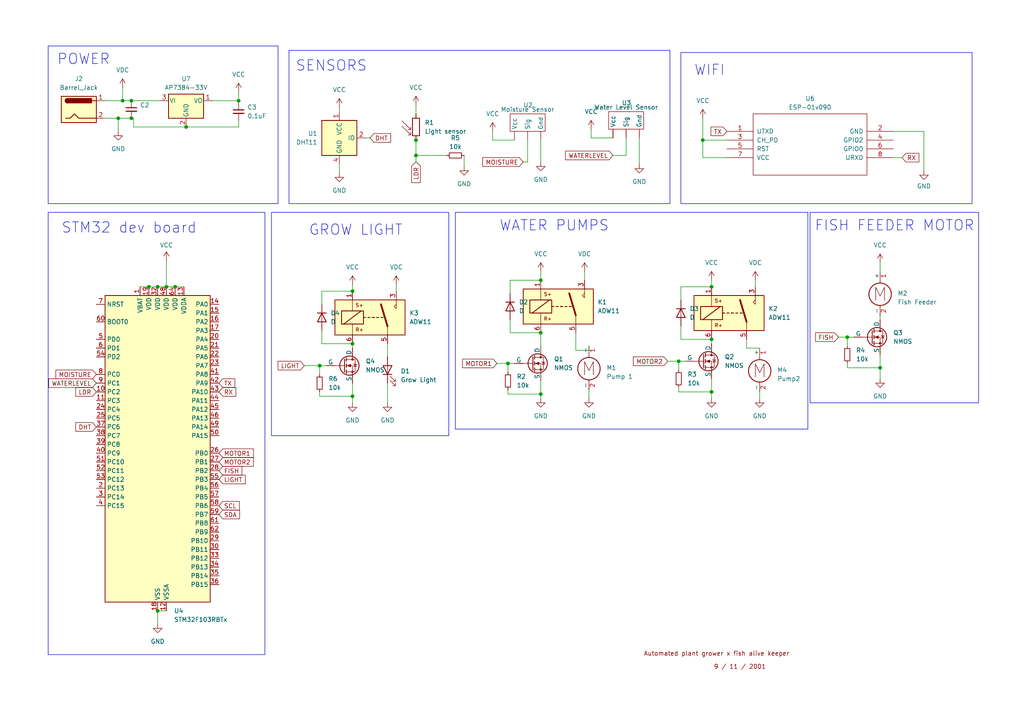
<source format=kicad_sch>
(kicad_sch (version 20230121) (generator eeschema)
  (paper "A4")
  (lib_symbols
    (symbol "Connector:Barrel_Jack" (pin_names (offset 1.016))
      (property "Reference" "J" (at 0 5.334 0))
      (property "Value" "Barrel_Jack" (at 0 -5.08 0))
      (symbol "Barrel_Jack_0_1"
        (rectangle (start -5.08 3.81) (end 5.08 -3.81) (stroke (width 0.254)) (fill (type background)))
        (arc (start -3.302 3.175) (mid -3.9343 2.54) (end -3.302 1.905) (stroke (width 0.254)))
        (arc (start -3.302 3.175) (mid -3.9343 2.54) (end -3.302 1.905) (stroke (width 0.254)) (fill (type outline)))
        (polyline (pts (xy 5.08 2.54) (xy 3.81 2.54)) (stroke (width 0.254)))
        (polyline (pts (xy -3.81 -2.54) (xy -2.54 -2.54) (xy -1.27 -1.27) (xy 0 -2.54) (xy 2.54 -2.54) (xy 5.08 -2.54)) (stroke (width 0.254)))
        (rectangle (start 3.683 3.175) (end -3.302 1.905) (stroke (width 0.254)) (fill (type outline)))
      )
      (symbol "Barrel_Jack_1_1"
        (pin passive line (at 7.62 2.54 180) (length 2.54) (name "~") (number "1"))
        (pin passive line (at 7.62 -2.54 180) (length 2.54) (name "~") (number "2"))
      )
    )
    (symbol "Device:C_Small" (pin_numbers hide) (pin_names (offset 0.254) hide)
      (property "Reference" "C" (at 0.254 1.778 0))
      (property "Value" "C_Small" (at 0.254 -2.032 0))
      (symbol "C_Small_0_1"
        (polyline (pts (xy -1.524 -0.508) (xy 1.524 -0.508)) (stroke (width 0.3302)))
        (polyline (pts (xy -1.524 0.508) (xy 1.524 0.508)) (stroke (width 0.3048)))
      )
      (symbol "C_Small_1_1"
        (pin passive line (at 0 2.54 270) (length 2.032) (name "~") (number "1"))
        (pin passive line (at 0 -2.54 90) (length 2.032) (name "~") (number "2"))
      )
    )
    (symbol "Device:D" (pin_numbers hide) (pin_names (offset 1.016) hide)
      (property "Reference" "D" (at 0 2.54 0))
      (property "Value" "D" (at 0 -2.54 0))
      (symbol "D_0_1"
        (polyline (pts (xy -1.27 1.27) (xy -1.27 -1.27)) (stroke (width 0.254)))
        (polyline (pts (xy 1.27 0) (xy -1.27 0)))
        (polyline (pts (xy 1.27 1.27) (xy 1.27 -1.27) (xy -1.27 0) (xy 1.27 1.27)) (stroke (width 0.254)))
      )
      (symbol "D_1_1"
        (pin passive line (at -3.81 0 0) (length 2.54) (name "K") (number "1"))
        (pin passive line (at 3.81 0 180) (length 2.54) (name "A") (number "2"))
      )
    )
    (symbol "Device:LED" (pin_numbers hide) (pin_names (offset 1.016) hide)
      (property "Reference" "D" (at 0 2.54 0))
      (property "Value" "LED" (at 0 -2.54 0))
      (symbol "LED_0_1"
        (polyline (pts (xy -1.27 -1.27) (xy -1.27 1.27)) (stroke (width 0.254)))
        (polyline (pts (xy -1.27 0) (xy 1.27 0)))
        (polyline (pts (xy 1.27 -1.27) (xy 1.27 1.27) (xy -1.27 0) (xy 1.27 -1.27)) (stroke (width 0.254)))
        (polyline (pts (xy -3.048 -0.762) (xy -4.572 -2.286) (xy -3.81 -2.286) (xy -4.572 -2.286) (xy -4.572 -1.524)))
        (polyline (pts (xy -1.778 -0.762) (xy -3.302 -2.286) (xy -2.54 -2.286) (xy -3.302 -2.286) (xy -3.302 -1.524)))
      )
      (symbol "LED_1_1"
        (pin passive line (at -3.81 0 0) (length 2.54) (name "K") (number "1"))
        (pin passive line (at 3.81 0 180) (length 2.54) (name "A") (number "2"))
      )
    )
    (symbol "Device:R_Photo" (pin_numbers hide) (pin_names (offset 0))
      (property "Reference" "R" (at 1.27 1.27 0))
      (property "Value" "R_Photo" (at 1.27 0 0))
      (symbol "R_Photo_0_1"
        (rectangle (start -1.016 2.54) (end 1.016 -2.54) (stroke (width 0.254)))
        (polyline (pts (xy -1.524 -2.286) (xy -4.064 0.254)))
        (polyline (pts (xy -1.524 -2.286) (xy -2.286 -2.286)))
        (polyline (pts (xy -1.524 -2.286) (xy -1.524 -1.524)))
        (polyline (pts (xy -1.524 -0.762) (xy -4.064 1.778)))
        (polyline (pts (xy -1.524 -0.762) (xy -2.286 -0.762)))
        (polyline (pts (xy -1.524 -0.762) (xy -1.524 0)))
      )
      (symbol "R_Photo_1_1"
        (pin passive line (at 0 3.81 270) (length 1.27) (name "~") (number "1"))
        (pin passive line (at 0 -3.81 90) (length 1.27) (name "~") (number "2"))
      )
    )
    (symbol "Device:R_Small" (pin_numbers hide) (pin_names (offset 0.254) hide)
      (property "Reference" "R" (at 0.762 0.508 0))
      (property "Value" "R_Small" (at 0.762 -1.016 0))
      (symbol "R_Small_0_1"
        (rectangle (start -0.762 1.778) (end 0.762 -1.778) (stroke (width 0.2032)))
      )
      (symbol "R_Small_1_1"
        (pin passive line (at 0 2.54 270) (length 0.762) (name "~") (number "1"))
        (pin passive line (at 0 -2.54 90) (length 0.762) (name "~") (number "2"))
      )
    )
    (symbol "ESP8266:ESP-01v090" (pin_names (offset 1.016))
      (property "Reference" "U" (at 0 -2.54 0))
      (property "Value" "ESP-01v090" (at 0 2.54 0))
      (symbol "ESP-01v090_1_0"
        (rectangle (start -16.51 -8.89) (end 16.51 8.89))
      )
      (symbol "ESP-01v090_1_1"
        (pin output line (at -24.13 3.81 0) (length 7.62) (name "UTXD") (number "1"))
        (pin power_in line (at 24.13 3.81 180) (length 7.62) (name "GND") (number "2"))
        (pin input line (at -24.13 1.27 0) (length 7.62) (name "CH_PD") (number "3"))
        (pin tri_state line (at 24.13 1.27 180) (length 7.62) (name "GPIO2") (number "4"))
        (pin input line (at -24.13 -1.27 0) (length 7.62) (name "RST") (number "5"))
        (pin tri_state line (at 24.13 -1.27 180) (length 7.62) (name "GPIO0") (number "6"))
        (pin power_in line (at -24.13 -3.81 0) (length 7.62) (name "VCC") (number "7"))
        (pin input line (at 24.13 -3.81 180) (length 7.62) (name "URXD") (number "8"))
      )
    )
    (symbol "MCU_ST_STM32F1:STM32F103RBTx"
      (property "Reference" "U" (at -15.24 46.99 0))
      (property "Value" "STM32F103RBTx" (at 10.16 46.99 0))
      (symbol "STM32F103RBTx_0_1"
        (rectangle (start -15.24 -43.18) (end 15.24 45.72) (stroke (width 0.254)) (fill (type background)))
      )
      (symbol "STM32F103RBTx_1_1"
        (pin power_in line (at -5.08 48.26 270) (length 2.54) (name "VBAT") (number "1"))
        (pin bidirectional line (at -17.78 17.78 0) (length 2.54) (name "PC2") (number "10"))
        (pin bidirectional line (at -17.78 15.24 0) (length 2.54) (name "PC3") (number "11"))
        (pin power_in line (at 2.54 -45.72 90) (length 2.54) (name "VSSA") (number "12"))
        (pin power_in line (at 7.62 48.26 270) (length 2.54) (name "VDDA") (number "13"))
        (pin bidirectional line (at 17.78 43.18 180) (length 2.54) (name "PA0") (number "14"))
        (pin bidirectional line (at 17.78 40.64 180) (length 2.54) (name "PA1") (number "15"))
        (pin bidirectional line (at 17.78 38.1 180) (length 2.54) (name "PA2") (number "16"))
        (pin bidirectional line (at 17.78 35.56 180) (length 2.54) (name "PA3") (number "17"))
        (pin power_in line (at 0 -45.72 90) (length 2.54) (name "VSS") (number "18"))
        (pin power_in line (at -2.54 48.26 270) (length 2.54) (name "VDD") (number "19"))
        (pin bidirectional line (at -17.78 -10.16 0) (length 2.54) (name "PC13") (number "2"))
        (pin bidirectional line (at 17.78 33.02 180) (length 2.54) (name "PA4") (number "20"))
        (pin bidirectional line (at 17.78 30.48 180) (length 2.54) (name "PA5") (number "21"))
        (pin bidirectional line (at 17.78 27.94 180) (length 2.54) (name "PA6") (number "22"))
        (pin bidirectional line (at 17.78 25.4 180) (length 2.54) (name "PA7") (number "23"))
        (pin bidirectional line (at -17.78 12.7 0) (length 2.54) (name "PC4") (number "24"))
        (pin bidirectional line (at -17.78 10.16 0) (length 2.54) (name "PC5") (number "25"))
        (pin bidirectional line (at 17.78 0 180) (length 2.54) (name "PB0") (number "26"))
        (pin bidirectional line (at 17.78 -2.54 180) (length 2.54) (name "PB1") (number "27"))
        (pin bidirectional line (at 17.78 -5.08 180) (length 2.54) (name "PB2") (number "28"))
        (pin bidirectional line (at 17.78 -25.4 180) (length 2.54) (name "PB10") (number "29"))
        (pin bidirectional line (at -17.78 -12.7 0) (length 2.54) (name "PC14") (number "3"))
        (pin bidirectional line (at 17.78 -27.94 180) (length 2.54) (name "PB11") (number "30"))
        (pin passive line (at 0 -45.72 90) (length 2.54) hide (name "VSS") (number "31"))
        (pin power_in line (at 0 48.26 270) (length 2.54) (name "VDD") (number "32"))
        (pin bidirectional line (at 17.78 -30.48 180) (length 2.54) (name "PB12") (number "33"))
        (pin bidirectional line (at 17.78 -33.02 180) (length 2.54) (name "PB13") (number "34"))
        (pin bidirectional line (at 17.78 -35.56 180) (length 2.54) (name "PB14") (number "35"))
        (pin bidirectional line (at 17.78 -38.1 180) (length 2.54) (name "PB15") (number "36"))
        (pin bidirectional line (at -17.78 7.62 0) (length 2.54) (name "PC6") (number "37"))
        (pin bidirectional line (at -17.78 5.08 0) (length 2.54) (name "PC7") (number "38"))
        (pin bidirectional line (at -17.78 2.54 0) (length 2.54) (name "PC8") (number "39"))
        (pin bidirectional line (at -17.78 -15.24 0) (length 2.54) (name "PC15") (number "4"))
        (pin bidirectional line (at -17.78 0 0) (length 2.54) (name "PC9") (number "40"))
        (pin bidirectional line (at 17.78 22.86 180) (length 2.54) (name "PA8") (number "41"))
        (pin bidirectional line (at 17.78 20.32 180) (length 2.54) (name "PA9") (number "42"))
        (pin bidirectional line (at 17.78 17.78 180) (length 2.54) (name "PA10") (number "43"))
        (pin bidirectional line (at 17.78 15.24 180) (length 2.54) (name "PA11") (number "44"))
        (pin bidirectional line (at 17.78 12.7 180) (length 2.54) (name "PA12") (number "45"))
        (pin bidirectional line (at 17.78 10.16 180) (length 2.54) (name "PA13") (number "46"))
        (pin passive line (at 0 -45.72 90) (length 2.54) hide (name "VSS") (number "47"))
        (pin power_in line (at 2.54 48.26 270) (length 2.54) (name "VDD") (number "48"))
        (pin bidirectional line (at 17.78 7.62 180) (length 2.54) (name "PA14") (number "49"))
        (pin bidirectional line (at -17.78 33.02 0) (length 2.54) (name "PD0") (number "5"))
        (pin bidirectional line (at 17.78 5.08 180) (length 2.54) (name "PA15") (number "50"))
        (pin bidirectional line (at -17.78 -2.54 0) (length 2.54) (name "PC10") (number "51"))
        (pin bidirectional line (at -17.78 -5.08 0) (length 2.54) (name "PC11") (number "52"))
        (pin bidirectional line (at -17.78 -7.62 0) (length 2.54) (name "PC12") (number "53"))
        (pin bidirectional line (at -17.78 27.94 0) (length 2.54) (name "PD2") (number "54"))
        (pin bidirectional line (at 17.78 -7.62 180) (length 2.54) (name "PB3") (number "55"))
        (pin bidirectional line (at 17.78 -10.16 180) (length 2.54) (name "PB4") (number "56"))
        (pin bidirectional line (at 17.78 -12.7 180) (length 2.54) (name "PB5") (number "57"))
        (pin bidirectional line (at 17.78 -15.24 180) (length 2.54) (name "PB6") (number "58"))
        (pin bidirectional line (at 17.78 -17.78 180) (length 2.54) (name "PB7") (number "59"))
        (pin bidirectional line (at -17.78 30.48 0) (length 2.54) (name "PD1") (number "6"))
        (pin input line (at -17.78 38.1 0) (length 2.54) (name "BOOT0") (number "60"))
        (pin bidirectional line (at 17.78 -20.32 180) (length 2.54) (name "PB8") (number "61"))
        (pin bidirectional line (at 17.78 -22.86 180) (length 2.54) (name "PB9") (number "62"))
        (pin passive line (at 0 -45.72 90) (length 2.54) hide (name "VSS") (number "63"))
        (pin power_in line (at 5.08 48.26 270) (length 2.54) (name "VDD") (number "64"))
        (pin input line (at -17.78 43.18 0) (length 2.54) (name "NRST") (number "7"))
        (pin bidirectional line (at -17.78 22.86 0) (length 2.54) (name "PC0") (number "8"))
        (pin bidirectional line (at -17.78 20.32 0) (length 2.54) (name "PC1") (number "9"))
      )
    )
    (symbol "Motor:Motor_DC" (pin_names (offset 0))
      (property "Reference" "M" (at 2.54 2.54 0))
      (property "Value" "Motor_DC" (at 2.54 -5.08 0))
      (symbol "Motor_DC_0_0"
        (polyline (pts (xy -1.27 -3.302) (xy -1.27 0.508) (xy 0 -2.032) (xy 1.27 0.508) (xy 1.27 -3.302)))
      )
      (symbol "Motor_DC_0_1"
        (circle (center 0 -1.524) (radius 3.2512) (stroke (width 0.254)))
        (polyline (pts (xy 0 -7.62) (xy 0 -7.112)))
        (polyline (pts (xy 0 -4.7752) (xy 0 -5.1816)))
        (polyline (pts (xy 0 1.7272) (xy 0 2.0828)))
        (polyline (pts (xy 0 2.032) (xy 0 2.54)))
      )
      (symbol "Motor_DC_1_1"
        (pin passive line (at 0 5.08 270) (length 2.54) (name "+") (number "1"))
        (pin passive line (at 0 -7.62 90) (length 2.54) (name "-") (number "2"))
      )
    )
    (symbol "My Lib:Moisture_Sensor"
      (property "Reference" "U" (at 0 3.81 0))
      (symbol "Moisture_Sensor_0_1"
        (rectangle (start -5.08 2.54) (end 5.08 -2.54))
      )
      (symbol "Moisture_Sensor_1_1"
        (pin input line (at 3.81 -5.08 90) (length 2.54) (name "Gnd") (number ""))
        (pin input line (at 0 -5.08 90) (length 2.54) (name "Sig") (number ""))
        (pin input line (at -3.81 -5.08 90) (length 2.54) (name "Vcc") (number ""))
      )
    )
    (symbol "Regulator_Linear:AP7384-33V" (pin_names (offset 0.254))
      (property "Reference" "U" (at -3.81 3.175 0))
      (property "Value" "AP7384-33V" (at 0 3.175 0))
      (symbol "AP7384-33V_0_1"
        (rectangle (start -5.08 1.905) (end 5.08 -5.08) (stroke (width 0.254)) (fill (type background)))
      )
      (symbol "AP7384-33V_1_1"
        (pin power_out line (at 7.62 0 180) (length 2.54) (name "VO") (number "1"))
        (pin power_in line (at 0 -7.62 90) (length 2.54) (name "GND") (number "2"))
        (pin power_in line (at -7.62 0 0) (length 2.54) (name "VI") (number "3"))
      )
    )
    (symbol "Relay:ADW11"
      (property "Reference" "K" (at 11.43 3.81 0))
      (property "Value" "ADW11" (at 13.97 1.27 0))
      (symbol "ADW11_1_1"
        (rectangle (start -10.16 5.08) (end 10.16 -5.08) (stroke (width 0.254)) (fill (type background)))
        (rectangle (start -8.255 1.905) (end -1.905 -1.905) (stroke (width 0.254)))
        (polyline (pts (xy -7.62 -1.905) (xy -2.54 1.905)) (stroke (width 0.254)))
        (polyline (pts (xy -5.08 -5.08) (xy -5.08 -1.905)))
        (polyline (pts (xy -5.08 5.08) (xy -5.08 1.905)))
        (polyline (pts (xy -1.905 0) (xy -1.27 0)) (stroke (width 0.254)))
        (polyline (pts (xy -0.635 0) (xy 0 0)) (stroke (width 0.254)))
        (polyline (pts (xy 0.635 0) (xy 1.27 0)) (stroke (width 0.254)))
        (polyline (pts (xy 0.635 0) (xy 1.27 0)) (stroke (width 0.254)))
        (polyline (pts (xy 1.905 0) (xy 2.54 0)) (stroke (width 0.254)))
        (polyline (pts (xy 3.175 0) (xy 3.81 0)) (stroke (width 0.254)))
        (polyline (pts (xy 5.08 -2.54) (xy 3.175 3.81)) (stroke (width 0.508)))
        (polyline (pts (xy 5.08 -2.54) (xy 5.08 -5.08)))
        (polyline (pts (xy 7.62 3.81) (xy 7.62 5.08)))
        (polyline (pts (xy 7.62 3.81) (xy 7.62 2.54) (xy 6.985 3.175) (xy 7.62 3.81)))
        (text "R+" (at -3.048 -3.556 0) (effects (font (size 1.016 1.016))))
        (text "S+" (at -3.048 3.556 0) (effects (font (size 1.016 1.016))))
        (pin passive line (at -5.08 7.62 270) (length 2.54) (name "~") (number "1"))
        (pin passive line (at 7.62 7.62 270) (length 2.54) (name "~") (number "3"))
        (pin passive line (at 5.08 -7.62 90) (length 2.54) (name "~") (number "5"))
        (pin passive line (at -5.08 -7.62 90) (length 2.54) (name "~") (number "6"))
      )
    )
    (symbol "Sensor:DHT11"
      (property "Reference" "U" (at -3.81 6.35 0))
      (property "Value" "DHT11" (at 3.81 6.35 0))
      (symbol "DHT11_0_1"
        (rectangle (start -5.08 5.08) (end 5.08 -5.08) (stroke (width 0.254)) (fill (type background)))
      )
      (symbol "DHT11_1_1"
        (pin power_in line (at 0 7.62 270) (length 2.54) (name "VCC") (number "1"))
        (pin bidirectional line (at 7.62 0 180) (length 2.54) (name "IO") (number "2"))
        (pin no_connect line (at -5.08 0 0) (length 2.54) hide (name "NC") (number "3"))
        (pin power_in line (at 0 -7.62 90) (length 2.54) (name "GND") (number "4"))
      )
    )
    (symbol "Simulation_SPICE:NMOS" (pin_numbers hide) (pin_names (offset 0))
      (property "Reference" "Q" (at 5.08 1.27 0))
      (property "Value" "NMOS" (at 5.08 -1.27 0))
      (symbol "NMOS_0_1"
        (polyline (pts (xy 0.254 0) (xy -2.54 0)))
        (polyline (pts (xy 0.254 1.905) (xy 0.254 -1.905)) (stroke (width 0.254)))
        (polyline (pts (xy 0.762 -1.27) (xy 0.762 -2.286)) (stroke (width 0.254)))
        (polyline (pts (xy 0.762 0.508) (xy 0.762 -0.508)) (stroke (width 0.254)))
        (polyline (pts (xy 0.762 2.286) (xy 0.762 1.27)) (stroke (width 0.254)))
        (polyline (pts (xy 2.54 2.54) (xy 2.54 1.778)))
        (polyline (pts (xy 2.54 -2.54) (xy 2.54 0) (xy 0.762 0)))
        (polyline (pts (xy 0.762 -1.778) (xy 3.302 -1.778) (xy 3.302 1.778) (xy 0.762 1.778)))
        (polyline (pts (xy 1.016 0) (xy 2.032 0.381) (xy 2.032 -0.381) (xy 1.016 0)) (fill (type outline)))
        (polyline (pts (xy 2.794 0.508) (xy 2.921 0.381) (xy 3.683 0.381) (xy 3.81 0.254)))
        (polyline (pts (xy 3.302 0.381) (xy 2.921 -0.254) (xy 3.683 -0.254) (xy 3.302 0.381)))
        (circle (center 1.651 0) (radius 2.794) (stroke (width 0.254)))
        (circle (center 2.54 -1.778) (radius 0.254) (fill (type outline)))
        (circle (center 2.54 1.778) (radius 0.254) (fill (type outline)))
      )
      (symbol "NMOS_1_1"
        (pin passive line (at 2.54 5.08 270) (length 2.54) (name "D") (number "1"))
        (pin input line (at -5.08 0 0) (length 2.54) (name "G") (number "2"))
        (pin passive line (at 2.54 -5.08 90) (length 2.54) (name "S") (number "3"))
      )
    )
    (symbol "power:GND" (power) (pin_names (offset 0))
      (property "Value" "GND" (at 0 -3.81 0))
      (symbol "GND_0_1"
        (polyline (pts (xy 0 0) (xy 0 -1.27) (xy 1.27 -1.27) (xy 0 -2.54) (xy -1.27 -1.27) (xy 0 -1.27)))
      )
      (symbol "GND_1_1"
        (pin power_in line (at 0 0 270) (length 0) hide (name "GND") (number "1"))
      )
    )
    (symbol "power:VCC" (power) (pin_names (offset 0))
      (property "Value" "VCC" (at 0 3.81 0))
      (symbol "VCC_0_1"
        (polyline (pts (xy -0.762 1.27) (xy 0 2.54)))
        (polyline (pts (xy 0 0) (xy 0 2.54)))
        (polyline (pts (xy 0 2.54) (xy 0.762 1.27)))
      )
      (symbol "VCC_1_1"
        (pin power_in line (at 0 0 90) (length 0) hide (name "VCC") (number "1"))
      )
    )
    (symbol "power:VDC" (power) (pin_names (offset 0))
      (property "Value" "VDC" (at 0 6.35 0))
      (symbol "VDC_0_1"
        (polyline (pts (xy -0.762 1.27) (xy 0 2.54)))
        (polyline (pts (xy 0 0) (xy 0 2.54)))
        (polyline (pts (xy 0 2.54) (xy 0.762 1.27)))
      )
      (symbol "VDC_1_1"
        (pin power_in line (at 0 0 90) (length 0) hide (name "VDC") (number "1"))
      )
    )
  )
  (junction (at 69.215 29.21))
  (junction (at 92.71 106.045))
  (junction (at 196.85 104.775))
  (junction (at 35.56 29.21))
  (junction (at 255.27 106.68))
  (junction (at 34.29 34.29))
  (junction (at 53.975 36.83))
  (junction (at 156.845 96.52))
  (junction (at 206.375 113.665))
  (junction (at 38.1 29.21))
  (junction (at 147.32 105.41))
  (junction (at 38.1 34.29))
  (junction (at 120.65 45.085))
  (junction (at 102.235 84.455))
  (junction (at 45.72 83.185))
  (junction (at 50.8 83.185))
  (junction (at 102.235 114.935))
  (junction (at 156.845 114.3))
  (junction (at 156.845 81.28))
  (junction (at 48.26 83.185))
  (junction (at 245.745 97.79))
  (junction (at 203.835 40.64))
  (junction (at 43.18 83.185))
  (junction (at 45.72 177.165))
  (junction (at 206.375 98.425))
  (junction (at 120.65 40.64))
  (junction (at 206.375 83.185))
  (junction (at 102.235 99.695))
  (wire (pts (xy 216.535 100.965) (xy 216.535 98.425)))
  (wire (pts (xy 112.395 99.695) (xy 112.395 103.505)))
  (wire (pts (xy 142.875 40.64) (xy 149.225 40.64)))
  (wire (pts (xy 69.215 26.67) (xy 69.215 29.21)))
  (wire (pts (xy 114.935 82.55) (xy 114.935 84.455)))
  (wire (pts (xy 151.765 46.99) (xy 153.035 46.99)))
  (wire (pts (xy 147.955 92.71) (xy 147.955 96.52)))
  (wire (pts (xy 92.71 106.045) (xy 94.615 106.045)))
  (wire (pts (xy 38.1 29.21) (xy 46.355 29.21)))
  (wire (pts (xy 206.375 109.855) (xy 206.375 113.665)))
  (wire (pts (xy 102.235 82.55) (xy 102.235 84.455)))
  (wire (pts (xy 35.56 29.21) (xy 38.1 29.21)))
  (wire (pts (xy 219.075 81.28) (xy 219.075 83.185)))
  (wire (pts (xy 206.375 98.425) (xy 206.375 99.695)))
  (wire (pts (xy 147.955 85.09) (xy 147.955 81.28)))
  (wire (pts (xy 153.035 46.99) (xy 153.035 40.64)))
  (wire (pts (xy 206.375 113.665) (xy 206.375 115.57)))
  (wire (pts (xy 255.27 106.68) (xy 255.27 109.855)))
  (wire (pts (xy 171.45 40.005) (xy 177.8 40.005)))
  (wire (pts (xy 255.27 102.87) (xy 255.27 106.68)))
  (wire (pts (xy 170.815 101.6) (xy 170.815 100.33)))
  (wire (pts (xy 147.32 105.41) (xy 149.225 105.41)))
  (wire (pts (xy 112.395 111.125) (xy 112.395 116.84)))
  (wire (pts (xy 196.85 113.665) (xy 206.375 113.665)))
  (wire (pts (xy 220.345 113.665) (xy 220.345 115.57)))
  (wire (pts (xy 38.1 34.29) (xy 38.735 34.29)))
  (wire (pts (xy 38.735 34.29) (xy 38.735 36.83)))
  (wire (pts (xy 88.265 106.045) (xy 92.71 106.045)))
  (wire (pts (xy 45.72 177.165) (xy 48.26 177.165)))
  (wire (pts (xy 203.835 45.72) (xy 210.82 45.72)))
  (wire (pts (xy 50.8 83.185) (xy 53.34 83.185)))
  (wire (pts (xy 53.975 36.83) (xy 69.215 36.83)))
  (wire (pts (xy 120.65 40.64) (xy 120.65 45.085)))
  (wire (pts (xy 203.835 40.64) (xy 203.835 45.72)))
  (wire (pts (xy 45.72 177.165) (xy 45.72 180.975)))
  (wire (pts (xy 156.845 114.3) (xy 156.845 115.57)))
  (wire (pts (xy 147.32 107.95) (xy 147.32 105.41)))
  (wire (pts (xy 93.345 99.695) (xy 102.235 99.695)))
  (wire (pts (xy 102.235 114.935) (xy 102.235 116.84)))
  (wire (pts (xy 30.48 29.21) (xy 35.56 29.21)))
  (wire (pts (xy 197.485 98.425) (xy 206.375 98.425)))
  (wire (pts (xy 267.97 38.1) (xy 267.97 49.53)))
  (wire (pts (xy 170.815 113.03) (xy 170.815 115.57)))
  (wire (pts (xy 245.745 100.33) (xy 245.745 97.79)))
  (wire (pts (xy 196.85 113.665) (xy 196.85 112.395)))
  (wire (pts (xy 35.56 29.21) (xy 35.56 25.4)))
  (wire (pts (xy 196.85 104.775) (xy 198.755 104.775)))
  (wire (pts (xy 120.65 30.48) (xy 120.65 33.02)))
  (wire (pts (xy 93.345 84.455) (xy 102.235 84.455)))
  (wire (pts (xy 69.215 29.21) (xy 69.215 29.845)))
  (wire (pts (xy 255.27 91.44) (xy 255.27 92.71)))
  (wire (pts (xy 147.32 114.3) (xy 147.32 113.03)))
  (wire (pts (xy 245.745 106.68) (xy 255.27 106.68)))
  (wire (pts (xy 102.235 99.695) (xy 102.235 100.965)))
  (wire (pts (xy 98.425 47.625) (xy 98.425 50.165)))
  (wire (pts (xy 177.8 45.085) (xy 181.61 45.085)))
  (wire (pts (xy 40.64 83.185) (xy 43.18 83.185)))
  (wire (pts (xy 203.835 40.64) (xy 210.82 40.64)))
  (wire (pts (xy 120.65 45.085) (xy 120.65 46.99)))
  (wire (pts (xy 93.345 88.265) (xy 93.345 84.455)))
  (wire (pts (xy 106.045 40.005) (xy 107.315 40.005)))
  (wire (pts (xy 147.955 81.28) (xy 156.845 81.28)))
  (wire (pts (xy 181.61 45.085) (xy 181.61 40.005)))
  (wire (pts (xy 197.485 83.185) (xy 206.375 83.185)))
  (wire (pts (xy 92.71 114.935) (xy 92.71 113.665)))
  (wire (pts (xy 220.345 100.965) (xy 216.535 100.965)))
  (wire (pts (xy 120.65 45.085) (xy 129.54 45.085)))
  (wire (pts (xy 156.845 110.49) (xy 156.845 114.3)))
  (wire (pts (xy 167.005 101.6) (xy 167.005 96.52)))
  (wire (pts (xy 197.485 86.995) (xy 197.485 83.185)))
  (wire (pts (xy 196.85 107.315) (xy 196.85 104.775)))
  (wire (pts (xy 245.745 106.68) (xy 245.745 105.41)))
  (wire (pts (xy 243.205 97.79) (xy 245.745 97.79)))
  (wire (pts (xy 34.29 34.29) (xy 34.29 38.1)))
  (wire (pts (xy 206.375 81.28) (xy 206.375 83.185)))
  (wire (pts (xy 170.815 101.6) (xy 167.005 101.6)))
  (wire (pts (xy 185.42 40.005) (xy 185.42 47.625)))
  (wire (pts (xy 169.545 78.74) (xy 169.545 81.28)))
  (wire (pts (xy 92.71 114.935) (xy 102.235 114.935)))
  (wire (pts (xy 61.595 29.21) (xy 69.215 29.21)))
  (wire (pts (xy 30.48 34.29) (xy 34.29 34.29)))
  (wire (pts (xy 156.845 78.74) (xy 156.845 81.28)))
  (wire (pts (xy 197.485 94.615) (xy 197.485 98.425)))
  (wire (pts (xy 245.745 97.79) (xy 247.65 97.79)))
  (wire (pts (xy 102.235 111.125) (xy 102.235 114.935)))
  (wire (pts (xy 147.955 96.52) (xy 156.845 96.52)))
  (wire (pts (xy 48.26 83.185) (xy 50.8 83.185)))
  (wire (pts (xy 142.875 38.1) (xy 142.875 40.64)))
  (wire (pts (xy 93.345 95.885) (xy 93.345 99.695)))
  (wire (pts (xy 156.845 40.64) (xy 156.845 46.99)))
  (wire (pts (xy 45.72 83.185) (xy 48.26 83.185)))
  (wire (pts (xy 43.18 83.185) (xy 45.72 83.185)))
  (wire (pts (xy 34.29 34.29) (xy 38.1 34.29)))
  (wire (pts (xy 144.145 105.41) (xy 147.32 105.41)))
  (wire (pts (xy 147.32 114.3) (xy 156.845 114.3)))
  (wire (pts (xy 92.71 106.045) (xy 92.71 108.585)))
  (wire (pts (xy 171.45 37.465) (xy 171.45 40.005)))
  (wire (pts (xy 134.62 45.085) (xy 134.62 48.26)))
  (wire (pts (xy 69.215 36.83) (xy 69.215 34.925)))
  (wire (pts (xy 193.675 104.775) (xy 196.85 104.775)))
  (wire (pts (xy 38.735 36.83) (xy 53.975 36.83)))
  (wire (pts (xy 255.27 76.2) (xy 255.27 78.74)))
  (wire (pts (xy 98.425 31.115) (xy 98.425 32.385)))
  (wire (pts (xy 261.62 45.72) (xy 259.08 45.72)))
  (wire (pts (xy 203.835 34.29) (xy 203.835 40.64)))
  (wire (pts (xy 156.845 96.52) (xy 156.845 100.33)))
  (wire (pts (xy 259.08 38.1) (xy 267.97 38.1)))
  (wire (pts (xy 48.26 75.565) (xy 48.26 83.185)))
  (wire (pts (xy 120.65 40.005) (xy 120.65 40.64)))
  (rectangle (start 197.485 15.24) (end 281.94 59.055))
  (rectangle (start 13.97 61.595) (end 76.835 189.865))
  (rectangle (start 234.95 61.595) (end 283.845 116.84))
  (rectangle (start 78.74 61.595) (end 130.175 126.365))
  (rectangle (start 13.97 13.335) (end 80.645 59.055))
  (rectangle (start 83.82 14.605) (end 194.31 59.055))
  (rectangle (start 132.08 61.595) (end 234.315 124.46))
  (text "WIFI" (at 201.295 22.225 0) (effects (font (size 3 3)) (justify left bottom)))
  (text "Automated plant grower x fish alive keeper" (at 186.69 190.5 0) (effects (font (size 1.27 1.27)) (justify left bottom)))
  (text "WATER PUMPS" (at 144.78 67.31 0) (effects (font (size 3 3)) (justify left bottom)))
  (text "STM32 dev board" (at 17.78 67.945 0) (effects (font (size 3 3)) (justify left bottom)))
  (text "FISH FEEDER MOTOR" (at 236.22 67.31 0) (effects (font (size 3 3)) (justify left bottom)))
  (text "SENSORS" (at 85.725 20.955 0) (effects (font (size 3 3)) (justify left bottom)))
  (text "POWER" (at 16.51 19.05 0) (effects (font (size 3 3)) (justify left bottom)))
  (text "9 / 11 / 2001" (at 207.01 194.31 0) (effects (font (size 1.27 1.27)) (justify left bottom)))
  (text "GROW LIGHT" (at 89.535 68.58 0) (effects (font (size 3 3)) (justify left bottom)))
  (global_label "MOTOR1" (shape input) (at 144.145 105.41 180) (property "Intersheetrefs" "${INTERSHEET_REFS}" (effects hide)))
  (global_label "RX" (shape input) (at 63.5 113.665 0) (property "Intersheetrefs" "${INTERSHEET_REFS}" (effects hide)))
  (global_label "WATERLEVEL" (shape input) (at 27.94 111.125 180) (property "Intersheetrefs" "${INTERSHEET_REFS}" (effects hide)))
  (global_label "LDR" (shape input) (at 120.65 46.99 270) (property "Intersheetrefs" "${INTERSHEET_REFS}" (effects hide)))
  (global_label "MOISTURE" (shape input) (at 27.94 108.585 180) (property "Intersheetrefs" "${INTERSHEET_REFS}" (effects hide)))
  (global_label "RX" (shape input) (at 261.62 45.72 0) (property "Intersheetrefs" "${INTERSHEET_REFS}" (effects hide)))
  (global_label "TX" (shape input) (at 210.82 38.1 180) (property "Intersheetrefs" "${INTERSHEET_REFS}" (effects hide)))
  (global_label "LDR" (shape input) (at 27.94 113.665 180) (property "Intersheetrefs" "${INTERSHEET_REFS}" (effects hide)))
  (global_label "TX" (shape input) (at 63.5 111.125 0) (property "Intersheetrefs" "${INTERSHEET_REFS}" (effects hide)))
  (global_label "MOTOR1" (shape input) (at 63.5 131.445 0) (property "Intersheetrefs" "${INTERSHEET_REFS}" (effects hide)))
  (global_label "FISH" (shape input) (at 243.205 97.79 180) (property "Intersheetrefs" "${INTERSHEET_REFS}" (effects hide)))
  (global_label "MOISTURE" (shape input) (at 151.765 46.99 180) (property "Intersheetrefs" "${INTERSHEET_REFS}" (effects hide)))
  (global_label "LIGHT" (shape input) (at 88.265 106.045 180) (property "Intersheetrefs" "${INTERSHEET_REFS}" (effects hide)))
  (global_label "LIGHT" (shape input) (at 63.5 139.065 0) (property "Intersheetrefs" "${INTERSHEET_REFS}" (effects hide)))
  (global_label "FISH" (shape input) (at 63.5 136.525 0) (property "Intersheetrefs" "${INTERSHEET_REFS}" (effects hide)))
  (global_label "SCL" (shape input) (at 63.5 146.685 0) (property "Intersheetrefs" "${INTERSHEET_REFS}" (effects hide)))
  (global_label "WATERLEVEL" (shape input) (at 177.8 45.085 180) (property "Intersheetrefs" "${INTERSHEET_REFS}" (effects hide)))
  (global_label "DHT" (shape input) (at 27.94 123.825 180) (property "Intersheetrefs" "${INTERSHEET_REFS}" (effects hide)))
  (global_label "SDA" (shape input) (at 63.5 149.225 0) (property "Intersheetrefs" "${INTERSHEET_REFS}" (effects hide)))
  (global_label "DHT" (shape input) (at 107.315 40.005 0) (property "Intersheetrefs" "${INTERSHEET_REFS}" (effects hide)))
  (global_label "MOTOR2" (shape input) (at 193.675 104.775 180) (property "Intersheetrefs" "${INTERSHEET_REFS}" (effects hide)))
  (global_label "MOTOR2" (shape input) (at 63.5 133.985 0) (property "Intersheetrefs" "${INTERSHEET_REFS}" (effects hide)))
  (symbol (lib_id "power:VCC") (at 156.845 78.74 0) (unit 1)
    (property "Reference" "#PWR09" (effects hide))
    (property "Value" "VCC" (at 156.845 73.66 0))
  )
  (symbol (lib_id "power:GND") (at 45.72 180.975 0) (unit 1)
    (property "Reference" "#PWR02" (effects hide))
    (property "Value" "GND" (at 45.72 186.055 0))
  )
  (symbol (lib_id "Simulation_SPICE:NMOS") (at 252.73 97.79 0) (unit 1)
    (property "Reference" "Q3" (at 259.08 96.52 0) (effects (justify left)))
    (property "Value" "NMOS" (at 259.08 99.06 0) (effects (justify left)))
    (property "Datasheet" "https://ngspice.sourceforge.io/docs/ngspice-manual.pdf" (effects hide))
    (property "Sim.Device" "NMOS" (effects hide))
    (property "Sim.Type" "VDMOS" (effects hide))
    (property "Sim.Pins" "1=D 2=G 3=S" (effects hide))
  )
  (symbol (lib_id "Simulation_SPICE:NMOS") (at 99.695 106.045 0) (unit 1)
    (property "Reference" "Q4" (at 106.045 104.775 0) (effects (justify left)))
    (property "Value" "NMOS" (at 106.045 107.315 0) (effects (justify left)))
    (property "Datasheet" "https://ngspice.sourceforge.io/docs/ngspice-manual.pdf" (effects hide))
    (property "Sim.Device" "NMOS" (effects hide))
    (property "Sim.Type" "VDMOS" (effects hide))
    (property "Sim.Pins" "1=D 2=G 3=S" (effects hide))
  )
  (symbol (lib_id "Connector:Barrel_Jack") (at 22.86 31.75 0) (unit 1)
    (property "Reference" "J2" (at 22.86 22.86 0))
    (property "Value" "Barrel_Jack" (at 22.86 25.4 0))
  )
  (symbol (lib_id "Device:C_Small") (at 38.1 31.75 0) (unit 1)
    (property "Reference" "C2" (at 40.64 30.4863 0) (effects (justify left)))
    (property "Value" "0.33uF" (effects hide))
  )
  (symbol (lib_id "Device:C_Small") (at 69.215 32.385 0) (unit 1)
    (property "Reference" "C3" (at 71.755 31.1213 0) (effects (justify left)))
    (property "Value" "0.1uF" (at 71.755 33.6613 0) (effects (justify left)))
  )
  (symbol (lib_id "Device:R_Small") (at 147.32 110.49 0) (unit 1)
    (property "Reference" "R2" (at 149.86 109.22 0) (effects (justify left)))
    (property "Value" "10k" (at 149.86 111.76 0) (effects (justify left)))
  )
  (symbol (lib_id "My Lib:Moisture_Sensor") (at 181.61 34.925 0) (unit 1)
    (property "Reference" "U3" (at 180.34 29.845 0) (effects (justify left)))
    (property "Value" "Water Level Sensor" (at 181.61 31.115 0))
  )
  (symbol (lib_id "Device:D") (at 197.485 90.805 270) (unit 1)
    (property "Reference" "D3" (at 200.025 89.535 90) (effects (justify left)))
    (property "Value" "D" (at 200.025 92.075 90) (effects (justify left)))
    (property "Sim.Device" "D" (effects hide))
    (property "Sim.Pins" "1=K 2=A" (effects hide))
  )
  (symbol (lib_id "power:GND") (at 220.345 115.57 0) (unit 1)
    (property "Reference" "#PWR016" (effects hide))
    (property "Value" "GND" (at 220.345 120.65 0))
  )
  (symbol (lib_id "Regulator_Linear:AP7384-33V") (at 53.975 29.21 0) (unit 1)
    (property "Reference" "U7" (at 53.975 22.86 0))
    (property "Value" "AP7384-33V" (at 53.975 25.4 0))
    (property "Footprint" "Package_TO_SOT_THT:TO-92_Inline_Wide" (effects hide))
    (property "Datasheet" "https://www.diodes.com/assets/Datasheets/AP7384.pdf" (effects hide))
  )
  (symbol (lib_id "power:VCC") (at 120.65 30.48 0) (unit 1)
    (property "Reference" "#PWR021" (effects hide))
    (property "Value" "VCC" (at 120.65 25.4 0))
  )
  (symbol (lib_id "power:VCC") (at 203.835 34.29 0) (unit 1)
    (property "Reference" "#PWR030" (effects hide))
    (property "Value" "VCC" (at 203.835 29.21 0))
  )
  (symbol (lib_id "power:GND") (at 255.27 109.855 0) (unit 1)
    (property "Reference" "#PWR017" (effects hide))
    (property "Value" "GND" (at 255.27 114.935 0))
  )
  (symbol (lib_id "Motor:Motor_DC") (at 255.27 83.82 0) (unit 1)
    (property "Reference" "M2" (at 260.35 85.09 0) (effects (justify left)))
    (property "Value" "Fish Feeder" (at 260.35 87.63 0) (effects (justify left)))
  )
  (symbol (lib_id "power:GND") (at 206.375 115.57 0) (unit 1)
    (property "Reference" "#PWR014" (effects hide))
    (property "Value" "GND" (at 206.375 120.65 0))
  )
  (symbol (lib_id "power:VCC") (at 206.375 81.28 0) (unit 1)
    (property "Reference" "#PWR013" (effects hide))
    (property "Value" "VCC" (at 206.375 76.2 0))
  )
  (symbol (lib_id "power:GND") (at 112.395 116.84 0) (unit 1)
    (property "Reference" "#PWR026" (effects hide))
    (property "Value" "GND" (at 112.395 121.92 0))
  )
  (symbol (lib_id "Motor:Motor_DC") (at 220.345 106.045 0) (unit 1)
    (property "Reference" "M4" (at 225.425 107.315 0) (effects (justify left)))
    (property "Value" "Pump2" (at 225.425 109.855 0) (effects (justify left)))
  )
  (symbol (lib_id "power:VCC") (at 98.425 31.115 0) (unit 1)
    (property "Reference" "#PWR019" (effects hide))
    (property "Value" "VCC" (at 98.425 26.035 0))
  )
  (symbol (lib_id "Relay:ADW11") (at 161.925 88.9 0) (unit 1)
    (property "Reference" "K1" (at 173.355 87.63 0) (effects (justify left)))
    (property "Value" "ADW11" (at 173.355 90.17 0) (effects (justify left)))
    (property "Footprint" "Relay_THT:Relay_1P1T_NO_10x24x18.8mm_Panasonic_ADW11xxxxW_THT" (effects hide))
    (property "Datasheet" "https://www.panasonic-electric-works.com/pew/es/downloads/ds_dw_hl_en.pdf" (effects hide))
  )
  (symbol (lib_id "power:VCC") (at 102.235 82.55 0) (unit 1)
    (property "Reference" "#PWR023" (effects hide))
    (property "Value" "VCC" (at 102.235 77.47 0))
  )
  (symbol (lib_id "Simulation_SPICE:NMOS") (at 154.305 105.41 0) (unit 1)
    (property "Reference" "Q1" (at 160.655 104.14 0) (effects (justify left)))
    (property "Value" "NMOS" (at 160.655 106.68 0) (effects (justify left)))
    (property "Datasheet" "https://ngspice.sourceforge.io/docs/ngspice-manual.pdf" (effects hide))
    (property "Sim.Device" "NMOS" (effects hide))
    (property "Sim.Type" "VDMOS" (effects hide))
    (property "Sim.Pins" "1=D 2=G 3=S" (effects hide))
  )
  (symbol (lib_id "power:VCC") (at 255.27 76.2 0) (unit 1)
    (property "Reference" "#PWR018" (effects hide))
    (property "Value" "VCC" (at 255.27 71.12 0))
  )
  (symbol (lib_id "power:VDC") (at 169.545 78.74 0) (unit 1)
    (property "Reference" "#PWR011" (effects hide))
    (property "Value" "VDC" (at 169.545 73.66 0))
  )
  (symbol (lib_id "Motor:Motor_DC") (at 170.815 105.41 0) (unit 1)
    (property "Reference" "M1" (at 175.895 106.68 0) (effects (justify left)))
    (property "Value" "Pump 1" (at 175.895 109.22 0) (effects (justify left)))
  )
  (symbol (lib_id "Device:D") (at 147.955 88.9 270) (unit 1)
    (property "Reference" "D2" (at 150.495 87.63 90) (effects (justify left)))
    (property "Value" "D" (at 150.495 90.17 90) (effects (justify left)))
    (property "Sim.Device" "D" (effects hide))
    (property "Sim.Pins" "1=K 2=A" (effects hide))
  )
  (symbol (lib_id "Device:R_Small") (at 196.85 109.855 0) (unit 1)
    (property "Reference" "R3" (at 199.39 108.585 0) (effects (justify left)))
    (property "Value" "10k" (at 199.39 111.125 0) (effects (justify left)))
  )
  (symbol (lib_id "power:GND") (at 156.845 115.57 0) (unit 1)
    (property "Reference" "#PWR010" (effects hide))
    (property "Value" "GND" (at 156.845 120.65 0))
  )
  (symbol (lib_id "power:VCC") (at 142.875 38.1 0) (unit 1)
    (property "Reference" "#PWR05" (effects hide))
    (property "Value" "VCC" (at 142.875 33.02 0))
  )
  (symbol (lib_id "power:GND") (at 170.815 115.57 0) (unit 1)
    (property "Reference" "#PWR012" (effects hide))
    (property "Value" "GND" (at 170.815 120.65 0))
  )
  (symbol (lib_id "ESP8266:ESP-01v090") (at 234.95 41.91 0) (unit 1)
    (property "Reference" "U6" (at 234.95 28.575 0))
    (property "Value" "ESP-01v090" (at 234.95 31.115 0))
    (property "Datasheet" "http://l0l.org.uk/2014/12/esp8266-modules-hardware-guide-gotta-catch-em-all/" (effects hide))
  )
  (symbol (lib_id "Device:R_Photo") (at 120.65 36.83 0) (unit 1)
    (property "Reference" "R1" (at 123.19 35.56 0) (effects (justify left)))
    (property "Value" "Light sensor" (at 123.19 38.1 0) (effects (justify left)))
  )
  (symbol (lib_id "Device:R_Small") (at 132.08 45.085 90) (unit 1)
    (property "Reference" "R5" (at 132.08 40.005 90))
    (property "Value" "10k" (at 132.08 42.545 90))
  )
  (symbol (lib_id "power:VDC") (at 35.56 25.4 0) (unit 1)
    (property "Reference" "#PWR07" (effects hide))
    (property "Value" "VDC" (at 35.56 20.32 0))
  )
  (symbol (lib_id "power:VCC") (at 69.215 26.67 0) (unit 1)
    (property "Reference" "#PWR029" (effects hide))
    (property "Value" "VCC" (at 69.215 21.59 0))
  )
  (symbol (lib_id "Device:LED") (at 112.395 107.315 90) (unit 1)
    (property "Reference" "D1" (at 116.205 107.6325 90) (effects (justify right)))
    (property "Value" "Grow Light" (at 116.205 110.1725 90) (effects (justify right)))
  )
  (symbol (lib_id "power:VDC") (at 114.935 82.55 0) (unit 1)
    (property "Reference" "#PWR025" (effects hide))
    (property "Value" "VDC" (at 114.935 77.47 0))
  )
  (symbol (lib_id "power:GND") (at 98.425 50.165 0) (unit 1)
    (property "Reference" "#PWR020" (effects hide))
    (property "Value" "GND" (at 98.425 55.245 0))
  )
  (symbol (lib_id "power:GND") (at 156.845 46.99 0) (unit 1)
    (property "Reference" "#PWR03" (effects hide))
    (property "Value" "GND" (at 156.845 52.07 0))
  )
  (symbol (lib_id "Device:R_Small") (at 92.71 111.125 0) (unit 1)
    (property "Reference" "R6" (at 95.25 109.855 0) (effects (justify left)))
    (property "Value" "10k" (at 95.25 112.395 0) (effects (justify left)))
  )
  (symbol (lib_id "power:VCC") (at 48.26 75.565 0) (unit 1)
    (property "Reference" "#PWR01" (effects hide))
    (property "Value" "VCC" (at 48.26 71.12 0))
  )
  (symbol (lib_id "power:GND") (at 102.235 116.84 0) (unit 1)
    (property "Reference" "#PWR024" (effects hide))
    (property "Value" "GND" (at 102.235 121.92 0))
  )
  (symbol (lib_id "Device:R_Small") (at 245.745 102.87 0) (unit 1)
    (property "Reference" "R4" (at 248.285 101.6 0) (effects (justify left)))
    (property "Value" "10k" (at 248.285 104.14 0) (effects (justify left)))
  )
  (symbol (lib_id "Sensor:DHT11") (at 98.425 40.005 0) (unit 1)
    (property "Reference" "U1" (at 92.075 38.735 0) (effects (justify right)))
    (property "Value" "DHT11" (at 92.075 41.275 0) (effects (justify right)))
    (property "Footprint" "Sensor:Aosong_DHT11_5.5x12.0_P2.54mm" (effects hide))
    (property "Datasheet" "http://akizukidenshi.com/download/ds/aosong/DHT11.pdf" (effects hide))
  )
  (symbol (lib_id "My Lib:Moisture_Sensor") (at 153.035 35.56 0) (unit 1)
    (property "Reference" "U2" (at 151.765 30.48 0) (effects (justify left)))
    (property "Value" "Moisture Sensor" (at 153.035 31.75 0))
  )
  (symbol (lib_id "power:GND") (at 185.42 47.625 0) (unit 1)
    (property "Reference" "#PWR04" (effects hide))
    (property "Value" "GND" (at 185.42 52.705 0))
  )
  (symbol (lib_id "Simulation_SPICE:NMOS") (at 203.835 104.775 0) (unit 1)
    (property "Reference" "Q2" (at 210.185 103.505 0) (effects (justify left)))
    (property "Value" "NMOS" (at 210.185 106.045 0) (effects (justify left)))
    (property "Datasheet" "https://ngspice.sourceforge.io/docs/ngspice-manual.pdf" (effects hide))
    (property "Sim.Device" "NMOS" (effects hide))
    (property "Sim.Type" "VDMOS" (effects hide))
    (property "Sim.Pins" "1=D 2=G 3=S" (effects hide))
  )
  (symbol (lib_id "power:GND") (at 134.62 48.26 0) (unit 1)
    (property "Reference" "#PWR022" (effects hide))
    (property "Value" "GND" (at 134.62 53.34 0))
  )
  (symbol (lib_id "Relay:ADW11") (at 107.315 92.075 0) (unit 1)
    (property "Reference" "K3" (at 118.745 90.805 0) (effects (justify left)))
    (property "Value" "ADW11" (at 118.745 93.345 0) (effects (justify left)))
    (property "Footprint" "Relay_THT:Relay_1P1T_NO_10x24x18.8mm_Panasonic_ADW11xxxxW_THT" (effects hide))
    (property "Datasheet" "https://www.panasonic-electric-works.com/pew/es/downloads/ds_dw_hl_en.pdf" (effects hide))
  )
  (symbol (lib_id "power:GND") (at 34.29 38.1 0) (unit 1)
    (property "Reference" "#PWR08" (effects hide))
    (property "Value" "GND" (at 34.29 43.18 0))
  )
  (symbol (lib_id "power:VCC") (at 171.45 37.465 0) (unit 1)
    (property "Reference" "#PWR06" (effects hide))
    (property "Value" "VCC" (at 171.45 32.385 0))
  )
  (symbol (lib_id "power:VDC") (at 219.075 81.28 0) (unit 1)
    (property "Reference" "#PWR015" (effects hide))
    (property "Value" "VDC" (at 219.075 76.2 0))
  )
  (symbol (lib_id "MCU_ST_STM32F1:STM32F103RBTx") (at 45.72 131.445 0) (unit 1)
    (property "Reference" "U4" (at 50.4541 177.165 0) (effects (justify left)))
    (property "Value" "STM32F103RBTx" (at 50.4541 179.705 0) (effects (justify left)))
    (property "Footprint" "Package_QFP:LQFP-64_10x10mm_P0.5mm" (effects hide))
    (property "Datasheet" "https://www.st.com/resource/en/datasheet/stm32f103rb.pdf" (effects hide))
  )
  (symbol (lib_id "Relay:ADW11") (at 211.455 90.805 0) (unit 1)
    (property "Reference" "K2" (at 222.885 89.535 0) (effects (justify left)))
    (property "Value" "ADW11" (at 222.885 92.075 0) (effects (justify left)))
    (property "Footprint" "Relay_THT:Relay_1P1T_NO_10x24x18.8mm_Panasonic_ADW11xxxxW_THT" (effects hide))
    (property "Datasheet" "https://www.panasonic-electric-works.com/pew/es/downloads/ds_dw_hl_en.pdf" (effects hide))
  )
  (symbol (lib_id "power:GND") (at 267.97 49.53 0) (unit 1)
    (property "Reference" "#PWR032" (effects hide))
    (property "Value" "GND" (at 267.97 53.975 0))
  )
  (symbol (lib_id "Device:D") (at 93.345 92.075 270) (unit 1)
    (property "Reference" "D4" (at 95.885 90.805 90) (effects (justify left)))
    (property "Value" "D" (at 95.885 93.345 90) (effects (justify left)))
    (property "Sim.Device" "D" (effects hide))
    (property "Sim.Pins" "1=K 2=A" (effects hide))
  )
  (sheet (at -3.81 255.27) (size 307.34 196.85) (stroke (width 0.1524))
    (property "Sheetname" "MCU2" (at -3.81 254.5584 0) (effects (justify left bottom)))
    (property "Sheetfile" "mcu2.kicad_sch" (at -3.81 452.7046 0) (effects (justify left top)))
  )
)
</source>
